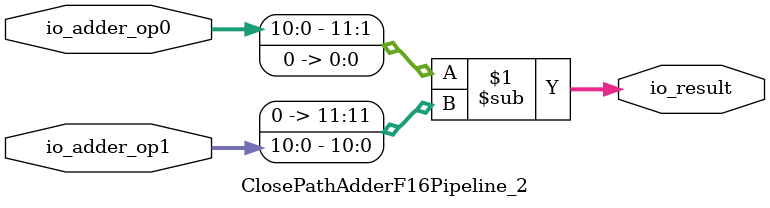
<source format=sv>
`ifndef RANDOMIZE
  `ifdef RANDOMIZE_MEM_INIT
    `define RANDOMIZE
  `endif // RANDOMIZE_MEM_INIT
`endif // not def RANDOMIZE
`ifndef RANDOMIZE
  `ifdef RANDOMIZE_REG_INIT
    `define RANDOMIZE
  `endif // RANDOMIZE_REG_INIT
`endif // not def RANDOMIZE

`ifndef RANDOM
  `define RANDOM $random
`endif // not def RANDOM

// Users can define INIT_RANDOM as general code that gets injected into the
// initializer block for modules with registers.
`ifndef INIT_RANDOM
  `define INIT_RANDOM
`endif // not def INIT_RANDOM

// If using random initialization, you can also define RANDOMIZE_DELAY to
// customize the delay used, otherwise 0.002 is used.
`ifndef RANDOMIZE_DELAY
  `define RANDOMIZE_DELAY 0.002
`endif // not def RANDOMIZE_DELAY

// Define INIT_RANDOM_PROLOG_ for use in our modules below.
`ifndef INIT_RANDOM_PROLOG_
  `ifdef RANDOMIZE
    `ifdef VERILATOR
      `define INIT_RANDOM_PROLOG_ `INIT_RANDOM
    `else  // VERILATOR
      `define INIT_RANDOM_PROLOG_ `INIT_RANDOM #`RANDOMIZE_DELAY begin end
    `endif // VERILATOR
  `else  // RANDOMIZE
    `define INIT_RANDOM_PROLOG_
  `endif // RANDOMIZE
`endif // not def INIT_RANDOM_PROLOG_

// Include register initializers in init blocks unless synthesis is set
`ifndef SYNTHESIS
  `ifndef ENABLE_INITIAL_REG_
    `define ENABLE_INITIAL_REG_
  `endif // not def ENABLE_INITIAL_REG_
`endif // not def SYNTHESIS

// Include rmemory initializers in init blocks unless synthesis is set
`ifndef SYNTHESIS
  `ifndef ENABLE_INITIAL_MEM_
    `define ENABLE_INITIAL_MEM_
  `endif // not def ENABLE_INITIAL_MEM_
`endif // not def SYNTHESIS

module ClosePathAdderF16Pipeline_2(
  input  [10:0] io_adder_op0,
  input  [10:0] io_adder_op1,
  output [11:0] io_result
);

  assign io_result = 12'({io_adder_op0, 1'h0} - {1'h0, io_adder_op1});
endmodule


</source>
